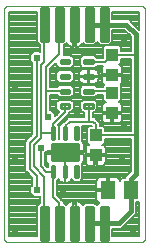
<source format=gtl>
G75*
%MOIN*%
%OFA0B0*%
%FSLAX25Y25*%
%IPPOS*%
%LPD*%
%AMOC8*
5,1,8,0,0,1.08239X$1,22.5*
%
%ADD10C,0.00000*%
%ADD11C,0.01575*%
%ADD12R,0.05118X0.05906*%
%ADD13C,0.00886*%
%ADD14R,0.03937X0.04331*%
%ADD15C,0.01083*%
%ADD16C,0.00787*%
%ADD17C,0.02381*%
D10*
X0002969Y0014780D02*
X0047063Y0014780D01*
X0047063Y0014779D02*
X0047140Y0014781D01*
X0047217Y0014787D01*
X0047294Y0014796D01*
X0047370Y0014809D01*
X0047446Y0014826D01*
X0047520Y0014847D01*
X0047594Y0014871D01*
X0047666Y0014899D01*
X0047736Y0014930D01*
X0047805Y0014965D01*
X0047873Y0015003D01*
X0047938Y0015044D01*
X0048001Y0015089D01*
X0048062Y0015137D01*
X0048121Y0015187D01*
X0048177Y0015240D01*
X0048230Y0015296D01*
X0048280Y0015355D01*
X0048328Y0015416D01*
X0048373Y0015479D01*
X0048414Y0015544D01*
X0048452Y0015612D01*
X0048487Y0015681D01*
X0048518Y0015751D01*
X0048546Y0015823D01*
X0048570Y0015897D01*
X0048591Y0015971D01*
X0048608Y0016047D01*
X0048621Y0016123D01*
X0048630Y0016200D01*
X0048636Y0016277D01*
X0048638Y0016354D01*
X0048638Y0091945D01*
X0048636Y0092022D01*
X0048630Y0092099D01*
X0048621Y0092176D01*
X0048608Y0092252D01*
X0048591Y0092328D01*
X0048570Y0092402D01*
X0048546Y0092476D01*
X0048518Y0092548D01*
X0048487Y0092618D01*
X0048452Y0092687D01*
X0048414Y0092755D01*
X0048373Y0092820D01*
X0048328Y0092883D01*
X0048280Y0092944D01*
X0048230Y0093003D01*
X0048177Y0093059D01*
X0048121Y0093112D01*
X0048062Y0093162D01*
X0048001Y0093210D01*
X0047938Y0093255D01*
X0047873Y0093296D01*
X0047805Y0093334D01*
X0047736Y0093369D01*
X0047666Y0093400D01*
X0047594Y0093428D01*
X0047520Y0093452D01*
X0047446Y0093473D01*
X0047370Y0093490D01*
X0047294Y0093503D01*
X0047217Y0093512D01*
X0047140Y0093518D01*
X0047063Y0093520D01*
X0002969Y0093520D01*
X0002892Y0093518D01*
X0002815Y0093512D01*
X0002738Y0093503D01*
X0002662Y0093490D01*
X0002586Y0093473D01*
X0002512Y0093452D01*
X0002438Y0093428D01*
X0002366Y0093400D01*
X0002296Y0093369D01*
X0002227Y0093334D01*
X0002159Y0093296D01*
X0002094Y0093255D01*
X0002031Y0093210D01*
X0001970Y0093162D01*
X0001911Y0093112D01*
X0001855Y0093059D01*
X0001802Y0093003D01*
X0001752Y0092944D01*
X0001704Y0092883D01*
X0001659Y0092820D01*
X0001618Y0092755D01*
X0001580Y0092687D01*
X0001545Y0092618D01*
X0001514Y0092548D01*
X0001486Y0092476D01*
X0001462Y0092402D01*
X0001441Y0092328D01*
X0001424Y0092252D01*
X0001411Y0092176D01*
X0001402Y0092099D01*
X0001396Y0092022D01*
X0001394Y0091945D01*
X0001394Y0016354D01*
X0001396Y0016277D01*
X0001402Y0016200D01*
X0001411Y0016123D01*
X0001424Y0016047D01*
X0001441Y0015971D01*
X0001462Y0015897D01*
X0001486Y0015823D01*
X0001514Y0015751D01*
X0001545Y0015681D01*
X0001580Y0015612D01*
X0001618Y0015544D01*
X0001659Y0015479D01*
X0001704Y0015416D01*
X0001752Y0015355D01*
X0001802Y0015296D01*
X0001855Y0015240D01*
X0001911Y0015187D01*
X0001970Y0015137D01*
X0002031Y0015089D01*
X0002094Y0015044D01*
X0002159Y0015003D01*
X0002227Y0014965D01*
X0002296Y0014930D01*
X0002366Y0014899D01*
X0002438Y0014871D01*
X0002512Y0014847D01*
X0002586Y0014826D01*
X0002662Y0014809D01*
X0002738Y0014796D01*
X0002815Y0014787D01*
X0002892Y0014781D01*
X0002969Y0014779D01*
D11*
X0014228Y0026197D02*
X0015804Y0026197D01*
X0015804Y0015961D01*
X0014228Y0015961D01*
X0014228Y0026197D01*
X0014228Y0017535D02*
X0015804Y0017535D01*
X0015804Y0019109D02*
X0014228Y0019109D01*
X0014228Y0020683D02*
X0015804Y0020683D01*
X0015804Y0022257D02*
X0014228Y0022257D01*
X0014228Y0023831D02*
X0015804Y0023831D01*
X0015804Y0025405D02*
X0014228Y0025405D01*
X0019228Y0026197D02*
X0020804Y0026197D01*
X0020804Y0015961D01*
X0019228Y0015961D01*
X0019228Y0026197D01*
X0019228Y0017535D02*
X0020804Y0017535D01*
X0020804Y0019109D02*
X0019228Y0019109D01*
X0019228Y0020683D02*
X0020804Y0020683D01*
X0020804Y0022257D02*
X0019228Y0022257D01*
X0019228Y0023831D02*
X0020804Y0023831D01*
X0020804Y0025405D02*
X0019228Y0025405D01*
X0024228Y0026197D02*
X0025804Y0026197D01*
X0025804Y0015961D01*
X0024228Y0015961D01*
X0024228Y0026197D01*
X0024228Y0017535D02*
X0025804Y0017535D01*
X0025804Y0019109D02*
X0024228Y0019109D01*
X0024228Y0020683D02*
X0025804Y0020683D01*
X0025804Y0022257D02*
X0024228Y0022257D01*
X0024228Y0023831D02*
X0025804Y0023831D01*
X0025804Y0025405D02*
X0024228Y0025405D01*
X0029228Y0026197D02*
X0030804Y0026197D01*
X0030804Y0015961D01*
X0029228Y0015961D01*
X0029228Y0026197D01*
X0029228Y0017535D02*
X0030804Y0017535D01*
X0030804Y0019109D02*
X0029228Y0019109D01*
X0029228Y0020683D02*
X0030804Y0020683D01*
X0030804Y0022257D02*
X0029228Y0022257D01*
X0029228Y0023831D02*
X0030804Y0023831D01*
X0030804Y0025405D02*
X0029228Y0025405D01*
X0030016Y0021079D02*
X0035016Y0021079D01*
X0034228Y0026197D02*
X0035804Y0026197D01*
X0035804Y0015961D01*
X0034228Y0015961D01*
X0034228Y0026197D01*
X0034228Y0017535D02*
X0035804Y0017535D01*
X0035804Y0019109D02*
X0034228Y0019109D01*
X0034228Y0020683D02*
X0035804Y0020683D01*
X0035804Y0022257D02*
X0034228Y0022257D01*
X0034228Y0023831D02*
X0035804Y0023831D01*
X0035804Y0025405D02*
X0034228Y0025405D01*
X0035016Y0021079D02*
X0039976Y0021079D01*
X0043913Y0025016D01*
X0043913Y0031906D01*
X0043717Y0032102D01*
X0043717Y0035843D01*
X0045488Y0037614D01*
X0045488Y0050213D01*
X0045488Y0076984D01*
X0045488Y0084071D01*
X0042339Y0087220D01*
X0035016Y0087220D01*
X0034228Y0092338D02*
X0035804Y0092338D01*
X0035804Y0082102D01*
X0034228Y0082102D01*
X0034228Y0092338D01*
X0034228Y0083676D02*
X0035804Y0083676D01*
X0035804Y0085250D02*
X0034228Y0085250D01*
X0034228Y0086824D02*
X0035804Y0086824D01*
X0035804Y0088398D02*
X0034228Y0088398D01*
X0034228Y0089972D02*
X0035804Y0089972D01*
X0035804Y0091546D02*
X0034228Y0091546D01*
X0035016Y0087220D02*
X0030016Y0087220D01*
X0029228Y0092338D02*
X0030804Y0092338D01*
X0030804Y0082102D01*
X0029228Y0082102D01*
X0029228Y0092338D01*
X0029228Y0083676D02*
X0030804Y0083676D01*
X0030804Y0085250D02*
X0029228Y0085250D01*
X0029228Y0086824D02*
X0030804Y0086824D01*
X0030804Y0088398D02*
X0029228Y0088398D01*
X0029228Y0089972D02*
X0030804Y0089972D01*
X0030804Y0091546D02*
X0029228Y0091546D01*
X0025804Y0092338D02*
X0024228Y0092338D01*
X0025804Y0092338D02*
X0025804Y0082102D01*
X0024228Y0082102D01*
X0024228Y0092338D01*
X0024228Y0083676D02*
X0025804Y0083676D01*
X0025804Y0085250D02*
X0024228Y0085250D01*
X0024228Y0086824D02*
X0025804Y0086824D01*
X0025804Y0088398D02*
X0024228Y0088398D01*
X0024228Y0089972D02*
X0025804Y0089972D01*
X0025804Y0091546D02*
X0024228Y0091546D01*
X0020804Y0092338D02*
X0019228Y0092338D01*
X0020804Y0092338D02*
X0020804Y0082102D01*
X0019228Y0082102D01*
X0019228Y0092338D01*
X0019228Y0083676D02*
X0020804Y0083676D01*
X0020804Y0085250D02*
X0019228Y0085250D01*
X0019228Y0086824D02*
X0020804Y0086824D01*
X0020804Y0088398D02*
X0019228Y0088398D01*
X0019228Y0089972D02*
X0020804Y0089972D01*
X0020804Y0091546D02*
X0019228Y0091546D01*
X0015804Y0092338D02*
X0014228Y0092338D01*
X0015804Y0092338D02*
X0015804Y0082102D01*
X0014228Y0082102D01*
X0014228Y0092338D01*
X0014228Y0083676D02*
X0015804Y0083676D01*
X0015804Y0085250D02*
X0014228Y0085250D01*
X0014228Y0086824D02*
X0015804Y0086824D01*
X0015804Y0088398D02*
X0014228Y0088398D01*
X0014228Y0089972D02*
X0015804Y0089972D01*
X0015804Y0091546D02*
X0014228Y0091546D01*
X0017732Y0042339D02*
X0026000Y0042339D01*
X0017732Y0042339D02*
X0017732Y0047063D01*
X0026000Y0047063D01*
X0026000Y0042339D01*
X0026000Y0043913D02*
X0017732Y0043913D01*
X0017732Y0045487D02*
X0026000Y0045487D01*
X0026000Y0047061D02*
X0017732Y0047061D01*
D12*
X0036236Y0032102D03*
X0043717Y0032102D03*
D13*
X0026246Y0036384D02*
X0026246Y0040222D01*
X0026246Y0036384D02*
X0025360Y0036384D01*
X0025360Y0040222D01*
X0026246Y0040222D01*
X0026246Y0037269D02*
X0025360Y0037269D01*
X0025360Y0038154D02*
X0026246Y0038154D01*
X0026246Y0039039D02*
X0025360Y0039039D01*
X0025360Y0039924D02*
X0026246Y0039924D01*
X0022309Y0040222D02*
X0022309Y0036384D01*
X0021423Y0036384D01*
X0021423Y0040222D01*
X0022309Y0040222D01*
X0022309Y0037269D02*
X0021423Y0037269D01*
X0021423Y0038154D02*
X0022309Y0038154D01*
X0022309Y0039039D02*
X0021423Y0039039D01*
X0021423Y0039924D02*
X0022309Y0039924D01*
X0018372Y0040222D02*
X0018372Y0036384D01*
X0017486Y0036384D01*
X0017486Y0040222D01*
X0018372Y0040222D01*
X0018372Y0037269D02*
X0017486Y0037269D01*
X0017486Y0038154D02*
X0018372Y0038154D01*
X0018372Y0039039D02*
X0017486Y0039039D01*
X0017486Y0039924D02*
X0018372Y0039924D01*
X0018372Y0049179D02*
X0018372Y0053017D01*
X0018372Y0049179D02*
X0017486Y0049179D01*
X0017486Y0053017D01*
X0018372Y0053017D01*
X0018372Y0050064D02*
X0017486Y0050064D01*
X0017486Y0050949D02*
X0018372Y0050949D01*
X0018372Y0051834D02*
X0017486Y0051834D01*
X0017486Y0052719D02*
X0018372Y0052719D01*
X0022309Y0053017D02*
X0022309Y0049179D01*
X0021423Y0049179D01*
X0021423Y0053017D01*
X0022309Y0053017D01*
X0022309Y0050064D02*
X0021423Y0050064D01*
X0021423Y0050949D02*
X0022309Y0050949D01*
X0022309Y0051834D02*
X0021423Y0051834D01*
X0021423Y0052719D02*
X0022309Y0052719D01*
X0026246Y0053017D02*
X0026246Y0049179D01*
X0025360Y0049179D01*
X0025360Y0053017D01*
X0026246Y0053017D01*
X0026246Y0050064D02*
X0025360Y0050064D01*
X0025360Y0050949D02*
X0026246Y0050949D01*
X0026246Y0051834D02*
X0025360Y0051834D01*
X0025360Y0052719D02*
X0026246Y0052719D01*
D14*
X0032102Y0050409D03*
X0032102Y0043717D03*
X0037614Y0057890D03*
X0037614Y0064583D03*
X0037614Y0070488D03*
X0037614Y0077181D03*
D15*
X0031167Y0075458D02*
X0028313Y0075458D01*
X0031167Y0075458D02*
X0031167Y0074376D01*
X0028313Y0074376D01*
X0028313Y0075458D01*
X0031167Y0075458D01*
X0031167Y0070537D02*
X0028313Y0070537D01*
X0031167Y0070537D02*
X0031167Y0069455D01*
X0028313Y0069455D01*
X0028313Y0070537D01*
X0031167Y0070537D01*
X0031167Y0065616D02*
X0028313Y0065616D01*
X0031167Y0065616D02*
X0031167Y0064534D01*
X0028313Y0064534D01*
X0028313Y0065616D01*
X0031167Y0065616D01*
X0031167Y0060695D02*
X0028313Y0060695D01*
X0031167Y0060695D02*
X0031167Y0059613D01*
X0028313Y0059613D01*
X0028313Y0060695D01*
X0031167Y0060695D01*
X0023293Y0060695D02*
X0020439Y0060695D01*
X0023293Y0060695D02*
X0023293Y0059613D01*
X0020439Y0059613D01*
X0020439Y0060695D01*
X0023293Y0060695D01*
X0023293Y0065616D02*
X0020439Y0065616D01*
X0023293Y0065616D02*
X0023293Y0064534D01*
X0020439Y0064534D01*
X0020439Y0065616D01*
X0023293Y0065616D01*
X0023293Y0070537D02*
X0020439Y0070537D01*
X0023293Y0070537D02*
X0023293Y0069455D01*
X0020439Y0069455D01*
X0020439Y0070537D01*
X0023293Y0070537D01*
X0023293Y0075458D02*
X0020439Y0075458D01*
X0023293Y0075458D02*
X0023293Y0074376D01*
X0020439Y0074376D01*
X0020439Y0075458D01*
X0023293Y0075458D01*
D16*
X0024043Y0076867D02*
X0027563Y0076867D01*
X0027681Y0076984D02*
X0026787Y0076091D01*
X0026787Y0073744D01*
X0027681Y0072850D01*
X0031799Y0072850D01*
X0032488Y0073539D01*
X0034561Y0073539D01*
X0034530Y0073509D01*
X0034347Y0073191D01*
X0034252Y0072837D01*
X0034252Y0070882D01*
X0037220Y0070882D01*
X0037220Y0070095D01*
X0034252Y0070095D01*
X0034252Y0068139D01*
X0034347Y0067785D01*
X0034530Y0067467D01*
X0034752Y0067246D01*
X0034661Y0067156D01*
X0034661Y0066453D01*
X0032488Y0066453D01*
X0031799Y0067142D01*
X0027681Y0067142D01*
X0026787Y0066248D01*
X0026787Y0063902D01*
X0027681Y0063008D01*
X0031799Y0063008D01*
X0032488Y0063697D01*
X0034661Y0063697D01*
X0034661Y0062010D01*
X0035238Y0061433D01*
X0035403Y0061433D01*
X0035108Y0061354D01*
X0034790Y0061170D01*
X0034530Y0060911D01*
X0034347Y0060593D01*
X0034252Y0060239D01*
X0034252Y0058283D01*
X0037220Y0058283D01*
X0037220Y0057496D01*
X0034252Y0057496D01*
X0034252Y0055541D01*
X0034347Y0055186D01*
X0034530Y0054869D01*
X0034790Y0054609D01*
X0035108Y0054426D01*
X0035462Y0054331D01*
X0037220Y0054331D01*
X0037220Y0057496D01*
X0038008Y0057496D01*
X0038008Y0058283D01*
X0040976Y0058283D01*
X0040976Y0060239D01*
X0040881Y0060593D01*
X0040698Y0060911D01*
X0040438Y0061170D01*
X0040121Y0061354D01*
X0039825Y0061433D01*
X0039990Y0061433D01*
X0040567Y0062010D01*
X0040567Y0067156D01*
X0040477Y0067246D01*
X0040698Y0067467D01*
X0040881Y0067785D01*
X0040976Y0068139D01*
X0040976Y0070095D01*
X0038008Y0070095D01*
X0038008Y0070882D01*
X0040976Y0070882D01*
X0040976Y0072837D01*
X0040881Y0073191D01*
X0040698Y0073509D01*
X0040438Y0073769D01*
X0040121Y0073952D01*
X0039825Y0074031D01*
X0039990Y0074031D01*
X0040567Y0074608D01*
X0040567Y0075803D01*
X0043717Y0075803D01*
X0043717Y0051787D01*
X0035055Y0051787D01*
X0035055Y0052982D01*
X0034479Y0053559D01*
X0033480Y0053559D01*
X0033480Y0054720D01*
X0032673Y0055528D01*
X0031886Y0056315D01*
X0031118Y0056315D01*
X0031118Y0058087D01*
X0031799Y0058087D01*
X0032693Y0058980D01*
X0032693Y0061327D01*
X0031799Y0062220D01*
X0027681Y0062220D01*
X0026787Y0061327D01*
X0026787Y0058980D01*
X0027681Y0058087D01*
X0028362Y0058087D01*
X0028362Y0056315D01*
X0022870Y0056315D01*
X0022063Y0055508D01*
X0021000Y0054445D01*
X0020832Y0054445D01*
X0019996Y0053609D01*
X0019996Y0049244D01*
X0019799Y0049244D01*
X0019799Y0053609D01*
X0019568Y0053840D01*
X0023244Y0057516D01*
X0023244Y0058087D01*
X0023925Y0058087D01*
X0024819Y0058980D01*
X0024819Y0061327D01*
X0023925Y0062220D01*
X0019807Y0062220D01*
X0018913Y0061327D01*
X0018913Y0058980D01*
X0019807Y0058087D01*
X0019917Y0058087D01*
X0018529Y0056698D01*
X0018529Y0057413D01*
X0017255Y0058687D01*
X0016945Y0058687D01*
X0016945Y0063697D01*
X0019118Y0063697D01*
X0019807Y0063008D01*
X0023925Y0063008D01*
X0024819Y0063902D01*
X0024819Y0066248D01*
X0023925Y0067142D01*
X0019807Y0067142D01*
X0019118Y0066453D01*
X0016945Y0066453D01*
X0016945Y0072476D01*
X0018913Y0074445D01*
X0018913Y0073744D01*
X0019807Y0072850D01*
X0023925Y0072850D01*
X0024819Y0073744D01*
X0024819Y0076091D01*
X0023925Y0076984D01*
X0021394Y0076984D01*
X0021394Y0080331D01*
X0021537Y0080331D01*
X0022295Y0081089D01*
X0022483Y0080763D01*
X0022889Y0080357D01*
X0023386Y0080070D01*
X0023941Y0079921D01*
X0024622Y0079921D01*
X0024622Y0086827D01*
X0025409Y0086827D01*
X0025409Y0079921D01*
X0026090Y0079921D01*
X0026645Y0080070D01*
X0027142Y0080357D01*
X0027548Y0080763D01*
X0027736Y0081089D01*
X0028495Y0080331D01*
X0031537Y0080331D01*
X0032516Y0081309D01*
X0033495Y0080331D01*
X0036537Y0080331D01*
X0037575Y0081369D01*
X0037575Y0085449D01*
X0041605Y0085449D01*
X0043717Y0083337D01*
X0043717Y0078559D01*
X0040567Y0078559D01*
X0040567Y0079754D01*
X0039990Y0080331D01*
X0035238Y0080331D01*
X0034661Y0079754D01*
X0034661Y0076295D01*
X0032488Y0076295D01*
X0031799Y0076984D01*
X0027681Y0076984D01*
X0026787Y0076081D02*
X0024819Y0076081D01*
X0024819Y0075295D02*
X0026787Y0075295D01*
X0026787Y0074509D02*
X0024819Y0074509D01*
X0024798Y0073723D02*
X0026808Y0073723D01*
X0027566Y0072341D02*
X0027125Y0072086D01*
X0026765Y0071726D01*
X0026510Y0071284D01*
X0026378Y0070792D01*
X0026378Y0070144D01*
X0029592Y0070144D01*
X0029592Y0069848D01*
X0026378Y0069848D01*
X0026378Y0069200D01*
X0026510Y0068708D01*
X0026765Y0068267D01*
X0027125Y0067906D01*
X0027566Y0067652D01*
X0028058Y0067520D01*
X0029592Y0067520D01*
X0029592Y0069848D01*
X0029888Y0069848D01*
X0029888Y0067520D01*
X0031422Y0067520D01*
X0031914Y0067652D01*
X0032355Y0067906D01*
X0032716Y0068267D01*
X0032970Y0068708D01*
X0033102Y0069200D01*
X0033102Y0069848D01*
X0029888Y0069848D01*
X0029888Y0070144D01*
X0029592Y0070144D01*
X0029592Y0072472D01*
X0028058Y0072472D01*
X0027566Y0072341D01*
X0027238Y0072151D02*
X0016945Y0072151D01*
X0016945Y0071365D02*
X0019109Y0071365D01*
X0018913Y0071169D02*
X0019807Y0072063D01*
X0023925Y0072063D01*
X0024819Y0071169D01*
X0024819Y0068823D01*
X0023925Y0067929D01*
X0019807Y0067929D01*
X0018913Y0068823D01*
X0018913Y0071169D01*
X0018913Y0070579D02*
X0016945Y0070579D01*
X0016945Y0069793D02*
X0018913Y0069793D01*
X0018913Y0069008D02*
X0016945Y0069008D01*
X0016945Y0068222D02*
X0019515Y0068222D01*
X0019315Y0066650D02*
X0016945Y0066650D01*
X0016945Y0067436D02*
X0034562Y0067436D01*
X0034661Y0066650D02*
X0032291Y0066650D01*
X0032671Y0068222D02*
X0034252Y0068222D01*
X0034252Y0069008D02*
X0033051Y0069008D01*
X0033102Y0069793D02*
X0034252Y0069793D01*
X0034252Y0071365D02*
X0032924Y0071365D01*
X0032970Y0071284D02*
X0032716Y0071726D01*
X0032355Y0072086D01*
X0031914Y0072341D01*
X0031422Y0072472D01*
X0029888Y0072472D01*
X0029888Y0070144D01*
X0033102Y0070144D01*
X0033102Y0070792D01*
X0032970Y0071284D01*
X0033102Y0070579D02*
X0037220Y0070579D01*
X0038008Y0070579D02*
X0043717Y0070579D01*
X0043717Y0069793D02*
X0040976Y0069793D01*
X0040976Y0069008D02*
X0043717Y0069008D01*
X0043717Y0068222D02*
X0040976Y0068222D01*
X0040667Y0067436D02*
X0043717Y0067436D01*
X0043717Y0066650D02*
X0040567Y0066650D01*
X0040567Y0065864D02*
X0043717Y0065864D01*
X0043717Y0065078D02*
X0040567Y0065078D01*
X0040567Y0064292D02*
X0043717Y0064292D01*
X0043717Y0063506D02*
X0040567Y0063506D01*
X0040567Y0062720D02*
X0043717Y0062720D01*
X0043717Y0061934D02*
X0040492Y0061934D01*
X0040460Y0061148D02*
X0043717Y0061148D01*
X0043717Y0060362D02*
X0040943Y0060362D01*
X0040976Y0059577D02*
X0043717Y0059577D01*
X0043717Y0058791D02*
X0040976Y0058791D01*
X0040976Y0057496D02*
X0038008Y0057496D01*
X0038008Y0054331D01*
X0039766Y0054331D01*
X0040121Y0054426D01*
X0040438Y0054609D01*
X0040698Y0054869D01*
X0040881Y0055186D01*
X0040976Y0055541D01*
X0040976Y0057496D01*
X0040976Y0057219D02*
X0043717Y0057219D01*
X0043717Y0058005D02*
X0038008Y0058005D01*
X0038008Y0057219D02*
X0037220Y0057219D01*
X0037220Y0058005D02*
X0031118Y0058005D01*
X0031118Y0057219D02*
X0034252Y0057219D01*
X0034252Y0056433D02*
X0031118Y0056433D01*
X0031315Y0054937D02*
X0032102Y0054150D01*
X0032102Y0050409D01*
X0045291Y0050409D01*
X0045488Y0050213D01*
X0043717Y0049031D02*
X0043717Y0038348D01*
X0041945Y0036576D01*
X0041945Y0036039D01*
X0040750Y0036039D01*
X0040173Y0035463D01*
X0040173Y0035297D01*
X0040094Y0035593D01*
X0039911Y0035911D01*
X0039651Y0036170D01*
X0039333Y0036354D01*
X0038979Y0036449D01*
X0036630Y0036449D01*
X0036630Y0032496D01*
X0035843Y0032496D01*
X0035843Y0036449D01*
X0033494Y0036449D01*
X0033139Y0036354D01*
X0032821Y0036170D01*
X0032562Y0035911D01*
X0032378Y0035593D01*
X0032283Y0035239D01*
X0032283Y0032496D01*
X0035842Y0032496D01*
X0035842Y0031709D01*
X0032283Y0031709D01*
X0032283Y0028966D01*
X0032378Y0028612D01*
X0032562Y0028294D01*
X0032821Y0028034D01*
X0033139Y0027851D01*
X0033327Y0027801D01*
X0032516Y0026990D01*
X0031537Y0027968D01*
X0028495Y0027968D01*
X0027736Y0027210D01*
X0027548Y0027536D01*
X0027142Y0027942D01*
X0026645Y0028229D01*
X0026090Y0028378D01*
X0025409Y0028378D01*
X0025409Y0021472D01*
X0024622Y0021472D01*
X0024622Y0028378D01*
X0023941Y0028378D01*
X0023386Y0028229D01*
X0022889Y0027942D01*
X0022483Y0027536D01*
X0022295Y0027210D01*
X0021537Y0027968D01*
X0021394Y0027968D01*
X0021394Y0028224D01*
X0019307Y0030311D01*
X0019307Y0035301D01*
X0019705Y0035699D01*
X0019712Y0035675D01*
X0019954Y0035256D01*
X0020296Y0034914D01*
X0020714Y0034672D01*
X0021181Y0034547D01*
X0021817Y0034547D01*
X0021817Y0038254D01*
X0021915Y0038254D01*
X0021915Y0034547D01*
X0022551Y0034547D01*
X0023018Y0034672D01*
X0023437Y0034914D01*
X0023779Y0035256D01*
X0024020Y0035675D01*
X0024027Y0035699D01*
X0024769Y0034957D01*
X0026837Y0034957D01*
X0027673Y0035793D01*
X0027673Y0040814D01*
X0027616Y0040870D01*
X0027745Y0040999D01*
X0028032Y0041497D01*
X0028181Y0042051D01*
X0028181Y0044307D01*
X0022260Y0044307D01*
X0022260Y0045094D01*
X0028181Y0045094D01*
X0028181Y0047350D01*
X0028032Y0047905D01*
X0027745Y0048402D01*
X0027616Y0048531D01*
X0027673Y0048588D01*
X0027673Y0053559D01*
X0030724Y0053559D01*
X0029726Y0053559D01*
X0029150Y0052982D01*
X0029150Y0047836D01*
X0029726Y0047260D01*
X0029892Y0047260D01*
X0029596Y0047181D01*
X0029278Y0046997D01*
X0029019Y0046738D01*
X0028835Y0046420D01*
X0028740Y0046065D01*
X0028740Y0044110D01*
X0031709Y0044110D01*
X0031709Y0043323D01*
X0032496Y0043323D01*
X0032496Y0044110D01*
X0035465Y0044110D01*
X0035465Y0046065D01*
X0035370Y0046420D01*
X0035186Y0046738D01*
X0034927Y0046997D01*
X0034609Y0047181D01*
X0034313Y0047260D01*
X0034479Y0047260D01*
X0035055Y0047836D01*
X0035055Y0049031D01*
X0043717Y0049031D01*
X0043717Y0048574D02*
X0035055Y0048574D01*
X0035007Y0047788D02*
X0043717Y0047788D01*
X0043717Y0047002D02*
X0034918Y0047002D01*
X0035424Y0046216D02*
X0043717Y0046216D01*
X0043717Y0045430D02*
X0035465Y0045430D01*
X0035465Y0044644D02*
X0043717Y0044644D01*
X0043717Y0043858D02*
X0032496Y0043858D01*
X0032496Y0043323D02*
X0035465Y0043323D01*
X0035465Y0041368D01*
X0035370Y0041013D01*
X0035186Y0040695D01*
X0034927Y0040436D01*
X0034609Y0040252D01*
X0034254Y0040157D01*
X0032496Y0040157D01*
X0032496Y0043323D01*
X0032496Y0043072D02*
X0031709Y0043072D01*
X0031709Y0043323D02*
X0031709Y0040157D01*
X0029950Y0040157D01*
X0029596Y0040252D01*
X0029278Y0040436D01*
X0029019Y0040695D01*
X0028835Y0041013D01*
X0028740Y0041368D01*
X0028740Y0043323D01*
X0031709Y0043323D01*
X0031709Y0043858D02*
X0028181Y0043858D01*
X0028181Y0043072D02*
X0028740Y0043072D01*
X0028740Y0042286D02*
X0028181Y0042286D01*
X0028033Y0041501D02*
X0028740Y0041501D01*
X0029008Y0040715D02*
X0027673Y0040715D01*
X0027673Y0039929D02*
X0043717Y0039929D01*
X0043717Y0040715D02*
X0035197Y0040715D01*
X0035465Y0041501D02*
X0043717Y0041501D01*
X0043717Y0042286D02*
X0035465Y0042286D01*
X0035465Y0043072D02*
X0043717Y0043072D01*
X0043717Y0039143D02*
X0027673Y0039143D01*
X0027673Y0038357D02*
X0043717Y0038357D01*
X0042940Y0037571D02*
X0027673Y0037571D01*
X0027673Y0036785D02*
X0042154Y0036785D01*
X0040710Y0035999D02*
X0039822Y0035999D01*
X0036630Y0035999D02*
X0035843Y0035999D01*
X0035843Y0035213D02*
X0036630Y0035213D01*
X0036630Y0034427D02*
X0035843Y0034427D01*
X0035843Y0033641D02*
X0036630Y0033641D01*
X0036630Y0032856D02*
X0035843Y0032856D01*
X0035842Y0032070D02*
X0019307Y0032070D01*
X0019307Y0032856D02*
X0032283Y0032856D01*
X0032283Y0033641D02*
X0019307Y0033641D01*
X0019307Y0034427D02*
X0032283Y0034427D01*
X0032283Y0035213D02*
X0027094Y0035213D01*
X0027673Y0035999D02*
X0032650Y0035999D01*
X0032283Y0031284D02*
X0019307Y0031284D01*
X0019307Y0030498D02*
X0032283Y0030498D01*
X0032283Y0029712D02*
X0019906Y0029712D01*
X0020692Y0028926D02*
X0032294Y0028926D01*
X0032716Y0028140D02*
X0026800Y0028140D01*
X0027654Y0027354D02*
X0027880Y0027354D01*
X0025409Y0027354D02*
X0024622Y0027354D01*
X0024622Y0026568D02*
X0025409Y0026568D01*
X0025409Y0025782D02*
X0024622Y0025782D01*
X0024622Y0024996D02*
X0025409Y0024996D01*
X0025409Y0024210D02*
X0024622Y0024210D01*
X0024622Y0023425D02*
X0025409Y0023425D01*
X0025409Y0022639D02*
X0024622Y0022639D01*
X0024622Y0021853D02*
X0025409Y0021853D01*
X0022378Y0027354D02*
X0022151Y0027354D01*
X0021394Y0028140D02*
X0023232Y0028140D01*
X0024622Y0028140D02*
X0025409Y0028140D01*
X0024513Y0035213D02*
X0023736Y0035213D01*
X0021915Y0035213D02*
X0021817Y0035213D01*
X0021817Y0035999D02*
X0021915Y0035999D01*
X0021915Y0036785D02*
X0021817Y0036785D01*
X0021817Y0037571D02*
X0021915Y0037571D01*
X0021915Y0038352D02*
X0021817Y0038352D01*
X0021817Y0042059D01*
X0021472Y0042059D01*
X0021472Y0044307D01*
X0015551Y0044307D01*
X0015551Y0042051D01*
X0015700Y0041497D01*
X0015987Y0040999D01*
X0016116Y0040870D01*
X0016059Y0040814D01*
X0016059Y0039858D01*
X0015370Y0040547D01*
X0015370Y0044578D01*
X0015887Y0045094D01*
X0021472Y0045094D01*
X0021472Y0044307D01*
X0022260Y0044307D01*
X0022260Y0042059D01*
X0021915Y0042059D01*
X0021915Y0038352D01*
X0021915Y0038357D02*
X0021817Y0038357D01*
X0021817Y0039143D02*
X0021915Y0039143D01*
X0021915Y0039929D02*
X0021817Y0039929D01*
X0021817Y0040715D02*
X0021915Y0040715D01*
X0021915Y0041501D02*
X0021817Y0041501D01*
X0021472Y0042286D02*
X0022260Y0042286D01*
X0022260Y0043072D02*
X0021472Y0043072D01*
X0021472Y0043858D02*
X0022260Y0043858D01*
X0022260Y0044644D02*
X0028740Y0044644D01*
X0028740Y0045430D02*
X0028181Y0045430D01*
X0028181Y0046216D02*
X0028781Y0046216D01*
X0029286Y0047002D02*
X0028181Y0047002D01*
X0028064Y0047788D02*
X0029198Y0047788D01*
X0029150Y0048574D02*
X0027659Y0048574D01*
X0027673Y0049360D02*
X0029150Y0049360D01*
X0029150Y0050146D02*
X0027673Y0050146D01*
X0027673Y0050932D02*
X0029150Y0050932D01*
X0029150Y0051717D02*
X0027673Y0051717D01*
X0027673Y0052503D02*
X0029150Y0052503D01*
X0029456Y0053289D02*
X0027673Y0053289D01*
X0028362Y0056433D02*
X0022161Y0056433D01*
X0022202Y0055647D02*
X0021375Y0055647D01*
X0021416Y0054861D02*
X0020589Y0054861D01*
X0020462Y0054075D02*
X0019803Y0054075D01*
X0019799Y0053289D02*
X0019996Y0053289D01*
X0019996Y0052503D02*
X0019799Y0052503D01*
X0019799Y0051717D02*
X0019996Y0051717D01*
X0019996Y0050932D02*
X0019799Y0050932D01*
X0019799Y0050146D02*
X0019996Y0050146D01*
X0019996Y0049360D02*
X0019799Y0049360D01*
X0017929Y0051098D02*
X0017929Y0054150D01*
X0021866Y0058087D01*
X0021866Y0060154D01*
X0022947Y0057219D02*
X0028362Y0057219D01*
X0028362Y0058005D02*
X0023244Y0058005D01*
X0023441Y0054937D02*
X0029740Y0054937D01*
X0029740Y0060154D01*
X0029740Y0054937D02*
X0031315Y0054937D01*
X0030724Y0053559D02*
X0030724Y0053559D01*
X0032554Y0055647D02*
X0034252Y0055647D01*
X0034538Y0054861D02*
X0033340Y0054861D01*
X0033480Y0054075D02*
X0043717Y0054075D01*
X0043717Y0053289D02*
X0034748Y0053289D01*
X0035055Y0052503D02*
X0043717Y0052503D01*
X0043717Y0054861D02*
X0040690Y0054861D01*
X0040976Y0055647D02*
X0043717Y0055647D01*
X0043717Y0056433D02*
X0040976Y0056433D01*
X0038008Y0056433D02*
X0037220Y0056433D01*
X0037220Y0055647D02*
X0038008Y0055647D01*
X0038008Y0054861D02*
X0037220Y0054861D01*
X0034768Y0061148D02*
X0032693Y0061148D01*
X0032693Y0060362D02*
X0034285Y0060362D01*
X0034252Y0059577D02*
X0032693Y0059577D01*
X0032503Y0058791D02*
X0034252Y0058791D01*
X0034737Y0061934D02*
X0032085Y0061934D01*
X0032297Y0063506D02*
X0034661Y0063506D01*
X0034661Y0062720D02*
X0016945Y0062720D01*
X0016945Y0061934D02*
X0019521Y0061934D01*
X0019309Y0063506D02*
X0016945Y0063506D01*
X0015665Y0065075D02*
X0015567Y0065173D01*
X0015567Y0073047D01*
X0020016Y0077496D01*
X0020016Y0087220D01*
X0022002Y0080796D02*
X0022464Y0080796D01*
X0021394Y0080010D02*
X0023609Y0080010D01*
X0024622Y0080010D02*
X0025409Y0080010D01*
X0025409Y0080796D02*
X0024622Y0080796D01*
X0024622Y0081582D02*
X0025409Y0081582D01*
X0025409Y0082368D02*
X0024622Y0082368D01*
X0024622Y0083154D02*
X0025409Y0083154D01*
X0025409Y0083940D02*
X0024622Y0083940D01*
X0024622Y0084726D02*
X0025409Y0084726D01*
X0025409Y0085512D02*
X0024622Y0085512D01*
X0024622Y0086298D02*
X0025409Y0086298D01*
X0027568Y0080796D02*
X0028029Y0080796D01*
X0026423Y0080010D02*
X0034918Y0080010D01*
X0034661Y0079224D02*
X0021394Y0079224D01*
X0021394Y0078438D02*
X0034661Y0078438D01*
X0034661Y0077653D02*
X0021394Y0077653D01*
X0019720Y0072937D02*
X0017405Y0072937D01*
X0018191Y0073723D02*
X0018934Y0073723D01*
X0015016Y0074858D02*
X0013992Y0073835D01*
X0013992Y0051000D01*
X0017831Y0051000D01*
X0017929Y0051098D01*
X0016354Y0056512D02*
X0015567Y0057299D01*
X0015567Y0065173D01*
X0015665Y0065075D02*
X0021866Y0065075D01*
X0024417Y0066650D02*
X0027189Y0066650D01*
X0026787Y0065864D02*
X0024819Y0065864D01*
X0024819Y0065078D02*
X0026787Y0065078D01*
X0026787Y0064292D02*
X0024819Y0064292D01*
X0024423Y0063506D02*
X0027183Y0063506D01*
X0027395Y0061934D02*
X0024211Y0061934D01*
X0024819Y0061148D02*
X0026787Y0061148D01*
X0026787Y0060362D02*
X0024819Y0060362D01*
X0024819Y0059577D02*
X0026787Y0059577D01*
X0026977Y0058791D02*
X0024629Y0058791D01*
X0023441Y0054937D02*
X0021866Y0053362D01*
X0021866Y0051098D01*
X0021472Y0044644D02*
X0015436Y0044644D01*
X0015370Y0043858D02*
X0015551Y0043858D01*
X0015551Y0043072D02*
X0015370Y0043072D01*
X0015370Y0042286D02*
X0015551Y0042286D01*
X0015699Y0041501D02*
X0015370Y0041501D01*
X0015370Y0040715D02*
X0016059Y0040715D01*
X0016059Y0039929D02*
X0015988Y0039929D01*
X0015665Y0038303D02*
X0013992Y0039976D01*
X0013992Y0046276D01*
X0011630Y0047063D02*
X0013992Y0049425D01*
X0013992Y0051000D01*
X0012417Y0050213D02*
X0012417Y0076197D01*
X0011030Y0074509D02*
X0003362Y0074509D01*
X0003362Y0075295D02*
X0010244Y0075295D01*
X0010243Y0075296D02*
X0011039Y0074499D01*
X0011039Y0050783D01*
X0008677Y0048421D01*
X0008677Y0047280D01*
X0008677Y0038618D01*
X0009484Y0037811D01*
X0011039Y0036256D01*
X0011039Y0033800D01*
X0010243Y0033003D01*
X0010243Y0031202D01*
X0011516Y0029928D01*
X0013318Y0029928D01*
X0013638Y0030247D01*
X0013638Y0027968D01*
X0013495Y0027968D01*
X0012457Y0026931D01*
X0012457Y0016748D01*
X0003362Y0016748D01*
X0003362Y0091551D01*
X0012457Y0091551D01*
X0012457Y0081369D01*
X0013495Y0080331D01*
X0013638Y0080331D01*
X0013638Y0078052D01*
X0013318Y0078372D01*
X0011516Y0078372D01*
X0010243Y0077098D01*
X0010243Y0075296D01*
X0010243Y0076081D02*
X0003362Y0076081D01*
X0003362Y0076867D02*
X0010243Y0076867D01*
X0010797Y0077653D02*
X0003362Y0077653D01*
X0003362Y0078438D02*
X0013638Y0078438D01*
X0013638Y0079224D02*
X0003362Y0079224D01*
X0003362Y0080010D02*
X0013638Y0080010D01*
X0013029Y0080796D02*
X0003362Y0080796D01*
X0003362Y0081582D02*
X0012457Y0081582D01*
X0012457Y0082368D02*
X0003362Y0082368D01*
X0003362Y0083154D02*
X0012457Y0083154D01*
X0012457Y0083940D02*
X0003362Y0083940D01*
X0003362Y0084726D02*
X0012457Y0084726D01*
X0012457Y0085512D02*
X0003362Y0085512D01*
X0003362Y0086298D02*
X0012457Y0086298D01*
X0012457Y0087084D02*
X0003362Y0087084D01*
X0003362Y0087869D02*
X0012457Y0087869D01*
X0012457Y0088655D02*
X0003362Y0088655D01*
X0003362Y0089441D02*
X0012457Y0089441D01*
X0012457Y0090227D02*
X0003362Y0090227D01*
X0003362Y0091013D02*
X0012457Y0091013D01*
X0015016Y0087220D02*
X0015016Y0074858D01*
X0011039Y0073723D02*
X0003362Y0073723D01*
X0003362Y0072937D02*
X0011039Y0072937D01*
X0011039Y0072151D02*
X0003362Y0072151D01*
X0003362Y0071365D02*
X0011039Y0071365D01*
X0011039Y0070579D02*
X0003362Y0070579D01*
X0003362Y0069793D02*
X0011039Y0069793D01*
X0011039Y0069008D02*
X0003362Y0069008D01*
X0003362Y0068222D02*
X0011039Y0068222D01*
X0011039Y0067436D02*
X0003362Y0067436D01*
X0003362Y0066650D02*
X0011039Y0066650D01*
X0011039Y0065864D02*
X0003362Y0065864D01*
X0003362Y0065078D02*
X0011039Y0065078D01*
X0011039Y0064292D02*
X0003362Y0064292D01*
X0003362Y0063506D02*
X0011039Y0063506D01*
X0011039Y0062720D02*
X0003362Y0062720D01*
X0003362Y0061934D02*
X0011039Y0061934D01*
X0011039Y0061148D02*
X0003362Y0061148D01*
X0003362Y0060362D02*
X0011039Y0060362D01*
X0011039Y0059577D02*
X0003362Y0059577D01*
X0003362Y0058791D02*
X0011039Y0058791D01*
X0011039Y0058005D02*
X0003362Y0058005D01*
X0003362Y0057219D02*
X0011039Y0057219D01*
X0011039Y0056433D02*
X0003362Y0056433D01*
X0003362Y0055647D02*
X0011039Y0055647D01*
X0011039Y0054861D02*
X0003362Y0054861D01*
X0003362Y0054075D02*
X0011039Y0054075D01*
X0011039Y0053289D02*
X0003362Y0053289D01*
X0003362Y0052503D02*
X0011039Y0052503D01*
X0011039Y0051717D02*
X0003362Y0051717D01*
X0003362Y0050932D02*
X0011039Y0050932D01*
X0010402Y0050146D02*
X0003362Y0050146D01*
X0003362Y0049360D02*
X0009616Y0049360D01*
X0010055Y0047850D02*
X0012417Y0050213D01*
X0011630Y0047063D02*
X0011630Y0039976D01*
X0015016Y0036591D01*
X0015016Y0021079D01*
X0012880Y0027354D02*
X0003362Y0027354D01*
X0003362Y0026568D02*
X0012457Y0026568D01*
X0012457Y0025782D02*
X0003362Y0025782D01*
X0003362Y0024996D02*
X0012457Y0024996D01*
X0012457Y0024210D02*
X0003362Y0024210D01*
X0003362Y0023425D02*
X0012457Y0023425D01*
X0012457Y0022639D02*
X0003362Y0022639D01*
X0003362Y0021853D02*
X0012457Y0021853D01*
X0012457Y0021067D02*
X0003362Y0021067D01*
X0003362Y0020281D02*
X0012457Y0020281D01*
X0012457Y0019495D02*
X0003362Y0019495D01*
X0003362Y0018709D02*
X0012457Y0018709D01*
X0012457Y0017923D02*
X0003362Y0017923D01*
X0003362Y0017137D02*
X0012457Y0017137D01*
X0013638Y0028140D02*
X0003362Y0028140D01*
X0003362Y0028926D02*
X0013638Y0028926D01*
X0013638Y0029712D02*
X0003362Y0029712D01*
X0003362Y0030498D02*
X0010946Y0030498D01*
X0010243Y0031284D02*
X0003362Y0031284D01*
X0003362Y0032070D02*
X0010243Y0032070D01*
X0010243Y0032856D02*
X0003362Y0032856D01*
X0003362Y0033641D02*
X0010881Y0033641D01*
X0011039Y0034427D02*
X0003362Y0034427D01*
X0003362Y0035213D02*
X0011039Y0035213D01*
X0011039Y0035999D02*
X0003362Y0035999D01*
X0003362Y0036785D02*
X0010510Y0036785D01*
X0009724Y0037571D02*
X0003362Y0037571D01*
X0003362Y0038357D02*
X0008938Y0038357D01*
X0008677Y0039143D02*
X0003362Y0039143D01*
X0003362Y0039929D02*
X0008677Y0039929D01*
X0008677Y0040715D02*
X0003362Y0040715D01*
X0003362Y0041501D02*
X0008677Y0041501D01*
X0008677Y0042286D02*
X0003362Y0042286D01*
X0003362Y0043072D02*
X0008677Y0043072D01*
X0008677Y0043858D02*
X0003362Y0043858D01*
X0003362Y0044644D02*
X0008677Y0044644D01*
X0008677Y0045430D02*
X0003362Y0045430D01*
X0003362Y0046216D02*
X0008677Y0046216D01*
X0008677Y0047002D02*
X0003362Y0047002D01*
X0003362Y0047788D02*
X0008677Y0047788D01*
X0008830Y0048574D02*
X0003362Y0048574D01*
X0010055Y0047850D02*
X0010055Y0039189D01*
X0012417Y0036827D01*
X0012417Y0032102D01*
X0015665Y0038303D02*
X0017929Y0038303D01*
X0017929Y0029740D01*
X0020016Y0027654D01*
X0020016Y0021079D01*
X0019996Y0035213D02*
X0019307Y0035213D01*
X0019050Y0057219D02*
X0018529Y0057219D01*
X0019103Y0058791D02*
X0016945Y0058791D01*
X0016945Y0059577D02*
X0018913Y0059577D01*
X0018913Y0060362D02*
X0016945Y0060362D01*
X0016945Y0061148D02*
X0018913Y0061148D01*
X0019836Y0058005D02*
X0017937Y0058005D01*
X0024218Y0068222D02*
X0026810Y0068222D01*
X0026430Y0069008D02*
X0024819Y0069008D01*
X0024819Y0069793D02*
X0026378Y0069793D01*
X0026378Y0070579D02*
X0024819Y0070579D01*
X0024623Y0071365D02*
X0026557Y0071365D01*
X0027594Y0072937D02*
X0024012Y0072937D01*
X0029592Y0072151D02*
X0029888Y0072151D01*
X0029888Y0071365D02*
X0029592Y0071365D01*
X0029592Y0070579D02*
X0029888Y0070579D01*
X0029888Y0069793D02*
X0029592Y0069793D01*
X0029592Y0069008D02*
X0029888Y0069008D01*
X0029888Y0068222D02*
X0029592Y0068222D01*
X0029740Y0065075D02*
X0037122Y0065075D01*
X0037614Y0064583D01*
X0040976Y0071365D02*
X0043717Y0071365D01*
X0043717Y0072151D02*
X0040976Y0072151D01*
X0040950Y0072937D02*
X0043717Y0072937D01*
X0043717Y0073723D02*
X0040484Y0073723D01*
X0040468Y0074509D02*
X0043717Y0074509D01*
X0043717Y0075295D02*
X0040567Y0075295D01*
X0040567Y0079224D02*
X0043717Y0079224D01*
X0043717Y0080010D02*
X0040311Y0080010D01*
X0042328Y0084726D02*
X0037575Y0084726D01*
X0037575Y0083940D02*
X0043114Y0083940D01*
X0043717Y0083154D02*
X0037575Y0083154D01*
X0037575Y0082368D02*
X0043717Y0082368D01*
X0043717Y0081582D02*
X0037575Y0081582D01*
X0037002Y0080796D02*
X0043717Y0080796D01*
X0045291Y0077181D02*
X0045488Y0076984D01*
X0045291Y0077181D02*
X0037614Y0077181D01*
X0035350Y0074917D01*
X0029740Y0074917D01*
X0031886Y0072937D02*
X0034279Y0072937D01*
X0034252Y0072151D02*
X0032242Y0072151D01*
X0031917Y0076867D02*
X0034661Y0076867D01*
X0033029Y0080796D02*
X0032002Y0080796D01*
X0037575Y0088992D02*
X0037575Y0091551D01*
X0046669Y0091551D01*
X0046669Y0085395D01*
X0044110Y0087954D01*
X0043072Y0088992D01*
X0037575Y0088992D01*
X0037575Y0089441D02*
X0046669Y0089441D01*
X0046669Y0088655D02*
X0043409Y0088655D01*
X0044195Y0087869D02*
X0046669Y0087869D01*
X0046669Y0087084D02*
X0044981Y0087084D01*
X0045767Y0086298D02*
X0046669Y0086298D01*
X0046669Y0085512D02*
X0046553Y0085512D01*
X0046669Y0090227D02*
X0037575Y0090227D01*
X0037575Y0091013D02*
X0046669Y0091013D01*
X0032496Y0042286D02*
X0031709Y0042286D01*
X0031709Y0041501D02*
X0032496Y0041501D01*
X0032496Y0040715D02*
X0031709Y0040715D01*
X0032151Y0027354D02*
X0032880Y0027354D01*
X0037575Y0019307D02*
X0037575Y0016748D01*
X0046669Y0016748D01*
X0046669Y0028165D01*
X0045685Y0028165D01*
X0045685Y0024282D01*
X0044647Y0023244D01*
X0040710Y0019307D01*
X0037575Y0019307D01*
X0037575Y0018709D02*
X0046669Y0018709D01*
X0046669Y0017923D02*
X0037575Y0017923D01*
X0037575Y0017137D02*
X0046669Y0017137D01*
X0046669Y0019495D02*
X0040898Y0019495D01*
X0041684Y0020281D02*
X0046669Y0020281D01*
X0046669Y0021067D02*
X0042470Y0021067D01*
X0043256Y0021853D02*
X0046669Y0021853D01*
X0046669Y0022639D02*
X0044042Y0022639D01*
X0044828Y0023425D02*
X0046669Y0023425D01*
X0046669Y0024210D02*
X0045614Y0024210D01*
X0045685Y0024996D02*
X0046669Y0024996D01*
X0046669Y0025782D02*
X0045685Y0025782D01*
X0045685Y0026568D02*
X0046669Y0026568D01*
X0046669Y0027354D02*
X0045685Y0027354D01*
X0045685Y0028140D02*
X0046669Y0028140D01*
D17*
X0044701Y0018717D03*
X0040764Y0043126D03*
X0041551Y0053362D03*
X0042339Y0068323D03*
X0041551Y0082496D03*
X0044701Y0089583D03*
X0025803Y0078559D03*
X0025803Y0067535D03*
X0025803Y0058087D03*
X0025016Y0044701D03*
X0021079Y0031315D03*
X0018717Y0044701D03*
X0013992Y0046276D03*
X0016354Y0056512D03*
X0012417Y0076197D03*
X0005331Y0066748D03*
X0005331Y0089583D03*
X0005331Y0043126D03*
X0012417Y0032102D03*
X0005331Y0018717D03*
X0028165Y0030528D03*
M02*

</source>
